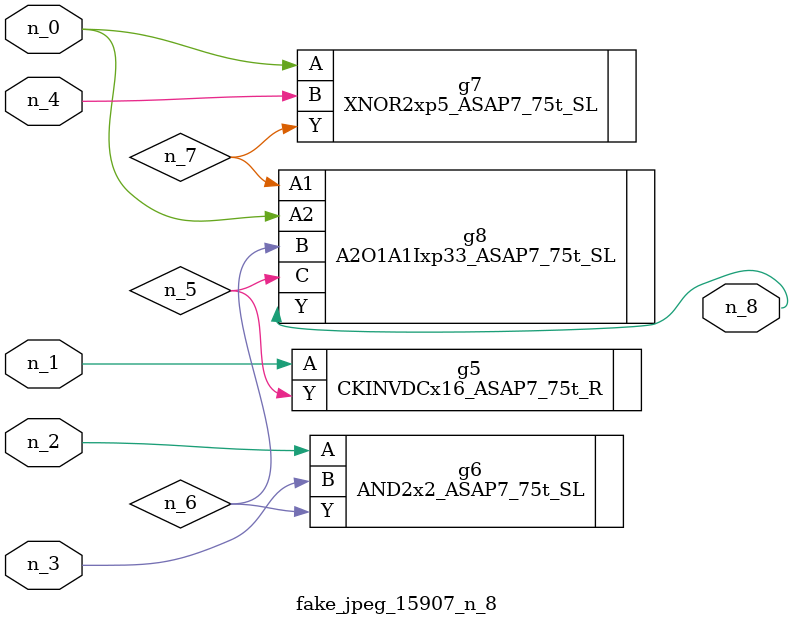
<source format=v>
module fake_jpeg_15907_n_8 (n_3, n_2, n_1, n_0, n_4, n_8);

input n_3;
input n_2;
input n_1;
input n_0;
input n_4;

output n_8;

wire n_6;
wire n_5;
wire n_7;

CKINVDCx16_ASAP7_75t_R g5 ( 
.A(n_1),
.Y(n_5)
);

AND2x2_ASAP7_75t_SL g6 ( 
.A(n_2),
.B(n_3),
.Y(n_6)
);

XNOR2xp5_ASAP7_75t_SL g7 ( 
.A(n_0),
.B(n_4),
.Y(n_7)
);

A2O1A1Ixp33_ASAP7_75t_SL g8 ( 
.A1(n_7),
.A2(n_0),
.B(n_6),
.C(n_5),
.Y(n_8)
);


endmodule
</source>
